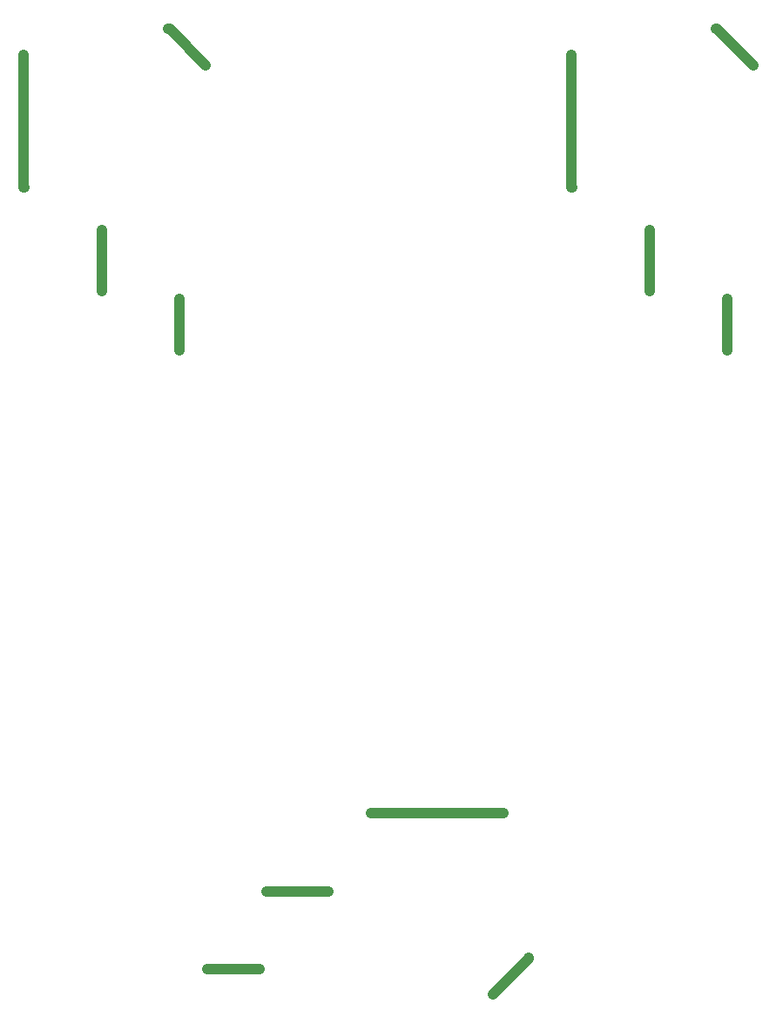
<source format=gbr>
G04 #@! TF.FileFunction,Copper,L1,Top,Signal*
%FSLAX46Y46*%
G04 Gerber Fmt 4.6, Leading zero omitted, Abs format (unit mm)*
G04 Created by KiCad (PCBNEW 4.0.7-e2-6376~58~ubuntu14.04.1) date Mon Feb 26 15:39:35 2018*
%MOMM*%
%LPD*%
G01*
G04 APERTURE LIST*
%ADD10C,0.100000*%
%ADD11C,1.000000*%
%ADD12C,1.000000*%
G04 APERTURE END LIST*
D10*
D11*
X20276068Y88221272D03*
X20276067Y94221271D03*
X27776068Y87471271D03*
X27776068Y82471272D03*
X81026068Y82471272D03*
X81026068Y87471271D03*
X73526067Y94221271D03*
X73526068Y88221272D03*
X36270000Y29920000D03*
X42270000Y29920000D03*
X35520000Y22420000D03*
X30520000Y22420000D03*
X12626069Y111221272D03*
X12676068Y98321272D03*
X65926068Y98321272D03*
X65876069Y111221272D03*
X59270000Y37569998D03*
X46370000Y37520000D03*
X30276068Y110221272D03*
X26696068Y113701271D03*
X79946068Y113701271D03*
X83526068Y110221272D03*
X58270000Y19920000D03*
X61750000Y23500000D03*
D12*
X20276068Y88221272D02*
X20276067Y94221271D01*
X27776068Y87471271D02*
X27776068Y82471272D01*
X81026068Y87471271D02*
X81026068Y82471272D01*
X73526068Y88221272D02*
X73526067Y94221271D01*
X36270000Y29920000D02*
X42270000Y29920000D01*
X35520000Y22420000D02*
X30520000Y22420000D01*
X12626069Y111221272D02*
X12626069Y105571274D01*
X12626069Y103721272D02*
X12626070Y103671270D01*
X12626070Y103671271D02*
X12626069Y103721272D01*
X12626069Y105571274D02*
X12626070Y103671271D01*
X12626070Y98371270D02*
X12676068Y98321272D01*
X12626070Y103671271D02*
X12626070Y98371270D01*
X65876070Y103671271D02*
X65876070Y98371270D01*
X65876070Y98371270D02*
X65926068Y98321272D01*
X65876069Y105571274D02*
X65876070Y103671271D01*
X65876070Y103671271D02*
X65876069Y103721272D01*
X65876069Y103721272D02*
X65876070Y103671270D01*
X65876069Y111221272D02*
X65876069Y105571274D01*
X59270000Y37569998D02*
X53620002Y37569998D01*
X51770000Y37569998D02*
X51719998Y37569998D01*
X51720000Y37569998D02*
X51770000Y37569998D01*
X53620002Y37569998D02*
X51720000Y37569998D01*
X46419998Y37569998D02*
X46370000Y37520000D01*
X51720000Y37569998D02*
X46419998Y37569998D01*
X26796068Y113701272D02*
X26696068Y113701271D01*
X30276068Y110221272D02*
X26796068Y113701272D01*
X83526068Y110221272D02*
X80046068Y113701272D01*
X80046068Y113701272D02*
X79946068Y113701271D01*
X61750000Y23400000D02*
X61750000Y23500000D01*
X58270000Y19920000D02*
X61750000Y23400000D01*
M02*

</source>
